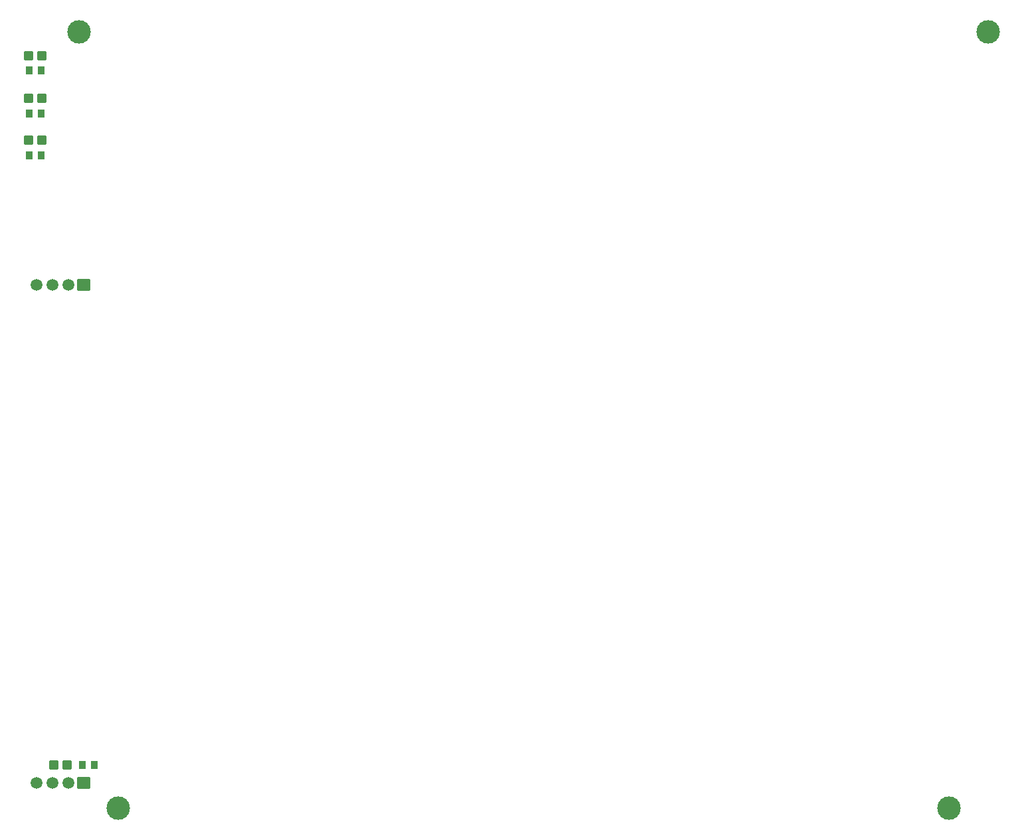
<source format=gts>
G04 Layer: TopSolderMaskLayer*
G04 Panelize: V-CUT, Column: 8, Row: 1, Board Size: 15.24mm x 95mm, Panelized Board Size: 135.92mm x 95mm*
G04 EasyEDA v6.5.34, 2023-08-21 18:11:39*
G04 3bfda8faaeb148089eadf0c8bcf69e3c,5a6b42c53f6a479593ecc07194224c93,10*
G04 Gerber Generator version 0.2*
G04 Scale: 100 percent, Rotated: No, Reflected: No *
G04 Dimensions in millimeters *
G04 leading zeros omitted , absolute positions ,4 integer and 5 decimal *
%FSLAX45Y45*%
%MOMM*%

%AMMACRO1*1,1,$1,$2,$3*1,1,$1,$4,$5*1,1,$1,0-$2,0-$3*1,1,$1,0-$4,0-$5*20,1,$1,$2,$3,$4,$5,0*20,1,$1,$4,$5,0-$2,0-$3,0*20,1,$1,0-$2,0-$3,0-$4,0-$5,0*20,1,$1,0-$4,0-$5,$2,$3,0*4,1,4,$2,$3,$4,$5,0-$2,0-$3,0-$4,0-$5,$2,$3,0*%
%ADD10C,1.5016*%
%ADD11MACRO1,0.1016X0.762X0.7X-0.762X0.7*%
%ADD12MACRO1,0.2032X-0.45X-0.5X-0.45X0.5*%
%ADD13MACRO1,0.1016X0.4032X0.432X0.4032X-0.432*%
%ADD14MACRO1,0.1016X-0.4032X0.432X-0.4032X-0.432*%
%ADD15MACRO1,0.1016X-0.4032X-0.432X-0.4032X0.432*%
%ADD16MACRO1,0.1016X0.4032X-0.432X0.4032X0.432*%
%ADD17C,3.0000*%

%LPD*%
D10*
G01*
X716000Y8293100D03*
G01*
X916000Y8293100D03*
G01*
X1115999Y8293100D03*
D11*
G01*
X1315999Y8293100D03*
D10*
G01*
X716000Y1943100D03*
G01*
X916000Y1943100D03*
G01*
X1115999Y1943100D03*
D11*
G01*
X1315999Y1943100D03*
D12*
G01*
X613491Y11214092D03*
G01*
X783490Y11214092D03*
D13*
G01*
X623175Y11023600D03*
D14*
G01*
X773824Y11023600D03*
D15*
G01*
X773824Y9944100D03*
D16*
G01*
X623175Y9944100D03*
D13*
G01*
X623175Y10477500D03*
D14*
G01*
X773824Y10477500D03*
D12*
G01*
X613491Y10667992D03*
G01*
X783490Y10667992D03*
G01*
X613491Y10134592D03*
G01*
X783490Y10134592D03*
G01*
X930991Y2171692D03*
G01*
X1100990Y2171692D03*
D13*
G01*
X1296275Y2171700D03*
D14*
G01*
X1446924Y2171700D03*
D17*
G01*
X1253998Y11515699D03*
G01*
X12845999Y11515699D03*
G01*
X1753997Y1616100D03*
G01*
X12346000Y1616100D03*
M02*

</source>
